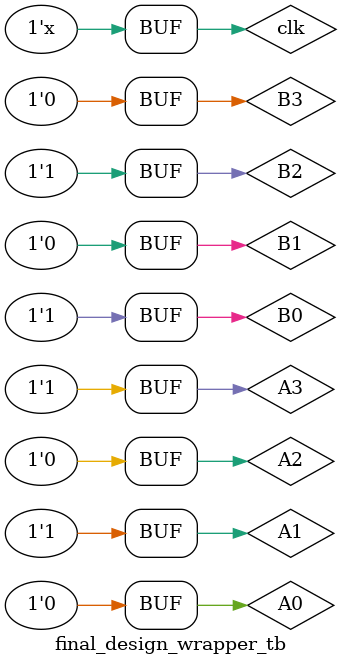
<source format=v>

`timescale 1ns / 1ps

module final_design_wrapper_tb;
reg A0, A1, A2, A3;
reg B0, B1, B2, B3;
reg clk;

wire [7:0] Register_Output;


final_design_wrapper uut (
    .A0_0(A0),
    .A1_0(A1),
    .A2_0(A2),
    .A3_0(A3),
    .B0_0(B0),
    .B1_0(B1),
    .B2_0(B2),
    .B3_0(B3),
    .clk_0(clk),
    .Register_Output_0(Register_Output)
);

always #5 clk = ~clk;

initial begin

    clk = 0;

    A3 = 1; A2 = 0; A1 = 1; A0 = 0;
    B3 = 0; B2 = 1; B1 = 0; B0 = 1;

    #1000;
end


endmodule

</source>
